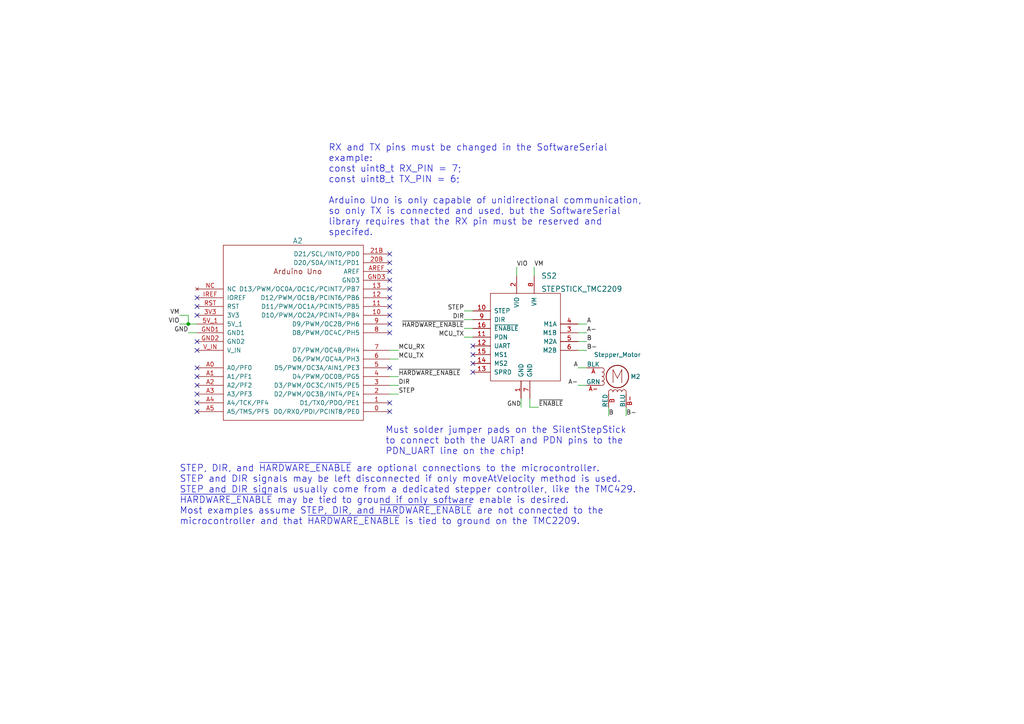
<source format=kicad_sch>
(kicad_sch (version 20230121) (generator eeschema)
  (paper "A4")
  (title_block (title "Trinamic Wiring") (date "2024-03-19") (rev "0.4") (company "Janelia Research Campus"))
  (lib_symbols
    (symbol "Janelia:ARDUINO_UNO" (pin_names (offset 1.016))
      (property "Reference" "A" (at 0 31.75 0))
      (symbol "ARDUINO_UNO_0_1"
        (rectangle (start -21.59 30.48) (end 19.05 -20.32))
      )
      (symbol "ARDUINO_UNO_1_1"
        (text "Arduino Uno" (at 0 22.86 0) (effects (font (size 1.524 1.524))))
        (pin bidirectional line (at 26.67 -17.78 180) (length 7.62) (name "D0/RX0/PDI/PCINT8/PE0") (number "0"))
        (pin bidirectional line (at 26.67 -15.24 180) (length 7.62) (name "D1/TX0/PDO/PE1") (number "1"))
        (pin bidirectional line (at 26.67 10.16 180) (length 7.62) (name "D10/PWM/OC2A/PCINT4/PB4") (number "10"))
        (pin bidirectional line (at 26.67 12.7 180) (length 7.62) (name "D11/PWM/OC1A/PCINT5/PB5") (number "11"))
        (pin bidirectional line (at 26.67 15.24 180) (length 7.62) (name "D12/PWM/OC1B/PCINT6/PB6") (number "12"))
        (pin bidirectional line (at 26.67 17.78 180) (length 7.62) (name "D13/PWM/OC0A/OC1C/PCINT7/PB7") (number "13"))
        (pin bidirectional line (at 26.67 -12.7 180) (length 7.62) (name "D2/PWM/OC3B/INT4/PE4") (number "2"))
        (pin bidirectional line (at 26.67 25.4 180) (length 7.62) (name "D20/SDA/INT1/PD1") (number "20B"))
        (pin bidirectional line (at 26.67 27.94 180) (length 7.62) (name "D21/SCL/INT0/PD0") (number "21B"))
        (pin bidirectional line (at 26.67 -10.16 180) (length 7.62) (name "D3/PWM/OC3C/INT5/PE5") (number "3"))
        (pin power_in line (at -29.21 10.16 0) (length 7.62) (name "3V3") (number "3V3"))
        (pin bidirectional line (at 26.67 -7.62 180) (length 7.62) (name "D4/PWM/OC0B/PG5") (number "4"))
        (pin bidirectional line (at 26.67 -5.08 180) (length 7.62) (name "D5/PWM/OC3A/AIN1/PE3") (number "5"))
        (pin power_in line (at -29.21 7.62 0) (length 7.62) (name "5V_1") (number "5V_1"))
        (pin bidirectional line (at 26.67 -2.54 180) (length 7.62) (name "D6/PWM/OC4A/PH3") (number "6"))
        (pin bidirectional line (at 26.67 0 180) (length 7.62) (name "D7/PWM/OC4B/PH4") (number "7"))
        (pin bidirectional line (at 26.67 5.08 180) (length 7.62) (name "D8/PWM/OC4C/PH5") (number "8"))
        (pin bidirectional line (at 26.67 7.62 180) (length 7.62) (name "D9/PWM/OC2B/PH6") (number "9"))
        (pin bidirectional line (at -29.21 -5.08 0) (length 7.62) (name "A0/PF0") (number "A0"))
        (pin bidirectional line (at -29.21 -7.62 0) (length 7.62) (name "A1/PF1") (number "A1"))
        (pin bidirectional line (at -29.21 -10.16 0) (length 7.62) (name "A2/PF2") (number "A2"))
        (pin bidirectional line (at -29.21 -12.7 0) (length 7.62) (name "A3/PF3") (number "A3"))
        (pin bidirectional line (at -29.21 -15.24 0) (length 7.62) (name "A4/TCK/PF4") (number "A4"))
        (pin bidirectional line (at -29.21 -17.78 0) (length 7.62) (name "A5/TMS/PF5") (number "A5"))
        (pin power_in line (at 26.67 22.86 180) (length 7.62) (name "AREF") (number "AREF"))
        (pin power_in line (at -29.21 5.08 0) (length 7.62) (name "GND1") (number "GND1"))
        (pin power_in line (at -29.21 2.54 0) (length 7.62) (name "GND2") (number "GND2"))
        (pin power_in line (at 26.67 20.32 180) (length 7.62) (name "GND3") (number "GND3"))
        (pin input line (at -29.21 15.24 0) (length 7.62) (name "IOREF") (number "IREF"))
        (pin no_connect line (at -29.21 17.78 0) (length 7.62) (name "NC") (number "NC"))
        (pin input line (at -29.21 12.7 0) (length 7.62) (name "RST") (number "RST"))
        (pin power_in line (at -29.21 0 0) (length 7.62) (name "V_IN") (number "V_IN"))
      )
    )
    (symbol "Janelia:STEPSTICK_TMC2209" (pin_names (offset 1.016))
      (property "Reference" "SS" (at 0 -24.13 0))
      (property "Value" "STEPSTICK_TMC2209" (at 0 24.13 0))
      (symbol "STEPSTICK_TMC2209_0_1"
        (rectangle (start -10.16 12.7) (end 10.16 -12.7))
      )
      (symbol "STEPSTICK_TMC2209_1_1"
        (pin power_in line (at -1.27 -17.78 90) (length 5.08) (name "GND") (number "1"))
        (pin input line (at -15.24 7.62 0) (length 5.08) (name "STEP") (number "10"))
        (pin bidirectional line (at -15.24 0 0) (length 5.08) (name "PDN") (number "11"))
        (pin bidirectional line (at -15.24 -2.54 0) (length 5.08) (name "UART") (number "12"))
        (pin input line (at -15.24 -10.16 0) (length 5.08) (name "SPRD") (number "13"))
        (pin input line (at -15.24 -7.62 0) (length 5.08) (name "MS2") (number "14"))
        (pin input line (at -15.24 -5.08 0) (length 5.08) (name "MS1") (number "15"))
        (pin input line (at -15.24 2.54 0) (length 5.08) (name "~{ENABLE}") (number "16"))
        (pin power_in line (at -2.54 17.78 270) (length 5.08) (name "VIO") (number "2"))
        (pin power_out line (at 15.24 1.27 180) (length 5.08) (name "M1B") (number "3"))
        (pin power_out line (at 15.24 3.81 180) (length 5.08) (name "M1A") (number "4"))
        (pin power_out line (at 15.24 -1.27 180) (length 5.08) (name "M2A") (number "5"))
        (pin power_out line (at 15.24 -3.81 180) (length 5.08) (name "M2B") (number "6"))
        (pin power_in line (at 1.27 -17.78 90) (length 5.08) (name "GND") (number "7"))
        (pin power_in line (at 2.54 17.78 270) (length 5.08) (name "VM") (number "8"))
        (pin input line (at -15.24 5.08 0) (length 5.08) (name "DIR") (number "9"))
      )
    )
    (symbol "Janelia:Stepper_Motor_QSH2818-32-07-006" (pin_names (offset 0))
      (property "Reference" "M" (at 3.81 0 0))
      (property "Value" "Stepper_Motor_QSH2818-32-07-006" (at 0 6.35 0))
      (symbol "Stepper_Motor_QSH2818-32-07-006_0_0"
        (polyline (pts (xy -1.27 -1.778) (xy -1.27 2.032) (xy 0 -0.508) (xy 1.27 2.032) (xy 1.27 -1.778)))
      )
      (symbol "Stepper_Motor_QSH2818-32-07-006_0_1"
        (arc (start -4.445 -2.54) (mid -3.8127 -1.905) (end -4.445 -1.27))
        (arc (start -4.445 -1.27) (mid -3.8127 -0.635) (end -4.445 0))
        (arc (start -4.445 0) (mid -3.8127 0.635) (end -4.445 1.27))
        (arc (start -4.445 1.27) (mid -3.8127 1.905) (end -4.445 2.54))
        (arc (start -1.27 -4.445) (mid -1.905 -3.8127) (end -2.54 -4.445))
        (arc (start 0 -4.445) (mid -0.635 -3.8127) (end -1.27 -4.445))
        (polyline (pts (xy -5.08 -2.54) (xy -4.445 -2.54)))
        (polyline (pts (xy -5.08 2.54) (xy -4.445 2.54)))
        (polyline (pts (xy -2.54 -5.08) (xy -2.54 -4.445)))
        (polyline (pts (xy 2.54 -5.08) (xy 2.54 -4.445)))
        (circle (center 0 0) (radius 3.2512) (stroke (width 0.254)))
        (arc (start 1.27 -4.445) (mid 0.635 -3.8127) (end 0 -4.445))
        (arc (start 2.54 -4.445) (mid 1.905 -3.8127) (end 1.27 -4.445))
      )
      (symbol "Stepper_Motor_QSH2818-32-07-006_1_1"
        (pin passive line (at -8.89 2.54 0) (length 3.81) (name "BLK") (number "A"))
        (pin passive line (at -8.89 -2.54 0) (length 3.81) (name "GRN") (number "A-"))
        (pin passive line (at -2.54 -8.89 90) (length 3.81) (name "RED") (number "B"))
        (pin passive line (at 2.54 -8.89 90) (length 3.81) (name "BLU") (number "B-"))
      )
    )
  )
  (junction (at 54.61 93.98))
  (no_connect (at 57.15 116.84))
  (no_connect (at 57.15 88.9))
  (no_connect (at 113.03 116.84))
  (no_connect (at 57.15 109.22))
  (no_connect (at 57.15 114.3))
  (no_connect (at 57.15 111.76))
  (no_connect (at 137.16 105.41))
  (no_connect (at 113.03 119.38))
  (no_connect (at 57.15 101.6))
  (no_connect (at 113.03 73.66))
  (no_connect (at 57.15 99.06))
  (no_connect (at 113.03 96.52))
  (no_connect (at 113.03 93.98))
  (no_connect (at 113.03 91.44))
  (no_connect (at 113.03 88.9))
  (no_connect (at 113.03 86.36))
  (no_connect (at 113.03 83.82))
  (no_connect (at 113.03 81.28))
  (no_connect (at 113.03 78.74))
  (no_connect (at 113.03 76.2))
  (no_connect (at 137.16 100.33))
  (no_connect (at 137.16 107.95))
  (no_connect (at 57.15 86.36))
  (no_connect (at 113.03 106.68))
  (no_connect (at 57.15 91.44))
  (no_connect (at 137.16 102.87))
  (no_connect (at 57.15 119.38))
  (no_connect (at 57.15 106.68))
  (wire (pts (xy 57.15 93.98) (xy 54.61 93.98)))
  (wire (pts (xy 115.57 111.76) (xy 113.03 111.76)))
  (wire (pts (xy 167.64 106.68) (xy 170.18 106.68)))
  (wire (pts (xy 54.61 93.98) (xy 54.61 91.44)))
  (wire (pts (xy 149.86 77.47) (xy 149.86 80.01)))
  (wire (pts (xy 176.53 118.11) (xy 176.53 120.65)))
  (wire (pts (xy 57.15 96.52) (xy 54.61 96.52)))
  (wire (pts (xy 153.67 115.57) (xy 153.67 118.11)))
  (wire (pts (xy 167.64 93.98) (xy 170.18 93.98)))
  (wire (pts (xy 167.64 101.6) (xy 170.18 101.6)))
  (wire (pts (xy 167.64 111.76) (xy 170.18 111.76)))
  (wire (pts (xy 52.07 91.44) (xy 54.61 91.44)))
  (wire (pts (xy 151.13 115.57) (xy 151.13 118.11)))
  (wire (pts (xy 167.64 96.52) (xy 170.18 96.52)))
  (wire (pts (xy 134.62 97.79) (xy 137.16 97.79)))
  (wire (pts (xy 181.61 118.11) (xy 181.61 120.65)))
  (wire (pts (xy 115.57 104.14) (xy 113.03 104.14)))
  (wire (pts (xy 115.57 109.22) (xy 113.03 109.22)))
  (wire (pts (xy 167.64 99.06) (xy 170.18 99.06)))
  (wire (pts (xy 115.57 101.6) (xy 113.03 101.6)))
  (wire (pts (xy 153.67 118.11) (xy 156.21 118.11)))
  (wire (pts (xy 52.07 93.98) (xy 54.61 93.98)))
  (wire (pts (xy 134.62 90.17) (xy 137.16 90.17)))
  (wire (pts (xy 134.62 95.25) (xy 137.16 95.25)))
  (wire (pts (xy 134.62 92.71) (xy 137.16 92.71)))
  (wire (pts (xy 154.94 77.47) (xy 154.94 80.01)))
  (wire (pts (xy 115.57 114.3) (xy 113.03 114.3)))
  (text "STEP, DIR, and ~{HARDWARE_ENABLE} are optional connections to the microcontroller.\nSTEP and DIR signals may be left disconnected if only moveAtVelocity method is used.\nSTEP and DIR signals usually come from a dedicated stepper controller, like the TMC429.\n~{HARDWARE_ENABLE} may be tied to ground if only software enable is desired.\nMost examples assume STEP, DIR, and ~{HARDWARE_ENABLE} are not connected to the\nmicrocontroller and that ~{HARDWARE_ENABLE} is tied to ground on the TMC2209." (at 52.07 152.4 0) (effects (font (size 1.905 1.905)) (justify left bottom)))
  (text "RX and TX pins must be changed in the SoftwareSerial\nexample:\nconst uint8_t RX_PIN = 7;\nconst uint8_t TX_PIN = 6;\n\nArduino Uno is only capable of unidirectional communication, \nso only TX is connected and used, but the SoftwareSerial\nlibrary requires that the RX pin must be reserved and \nspecifed. " (at 95.25 68.58 0) (effects (font (size 1.905 1.905)) (justify left bottom)))
  (text "Must solder jumper pads on the SilentStepStick\nto connect both the UART and PDN pins to the\nPDN_UART line on the chip!" (at 111.76 132.08 0) (effects (font (size 1.905 1.905)) (justify left bottom)))
  (label "A" (at 167.64 106.68 180))
  (label "GND" (at 151.13 118.11 180))
  (label "~{HARDWARE_ENABLE}" (at 115.57 109.22 0))
  (label "MCU_TX" (at 115.57 104.14 0))
  (label "~{ENABLE}" (at 156.21 118.11 0))
  (label "A" (at 170.18 93.98 0))
  (label "VM" (at 154.94 77.47 0))
  (label "MCU_RX" (at 115.57 101.6 0))
  (label "~{HARDWARE_ENABLE}" (at 134.62 95.25 180))
  (label "B" (at 176.53 120.65 0))
  (label "B-" (at 181.61 120.65 0))
  (label "VIO" (at 149.86 77.47 0))
  (label "B-" (at 170.18 101.6 0))
  (label "DIR" (at 115.57 111.76 0))
  (label "B" (at 170.18 99.06 0))
  (label "VIO" (at 52.07 93.98 180))
  (label "A-" (at 167.64 111.76 180))
  (label "DIR" (at 134.62 92.71 180))
  (label "GND" (at 54.61 96.52 180))
  (label "STEP" (at 115.57 114.3 0))
  (label "VM" (at 52.07 91.44 180))
  (label "STEP" (at 134.62 90.17 180))
  (label "A-" (at 170.18 96.52 0))
  (label "MCU_TX" (at 134.62 97.79 180))
  (symbol (lib_id "Janelia:Stepper_Motor_QSH2818-32-07-006") (at 179.07 109.22 0) (unit 1)
    (property "Reference" "M2" (at 182.88 109.22 0) (effects (justify left)))
    (property "Value" "Stepper_Motor" (at 179.07 102.87 0))
    (property "Manufacturer" "Trinamic Motion Control" (effects hide))
    (property "Manufacturer Part Number" "QSH2818-32-07-006" (effects hide))
    (property "Vendor" "Digi-Key" (effects hide))
    (property "Vendor Part Number" "1460-1072-ND" (effects hide))
  )
  (symbol (lib_id "Janelia:STEPSTICK_TMC2209") (at 152.4 97.79 0) (unit 1)
    (property "Reference" "SS2" (at 156.9594 80.01 0) (effects (font (size 1.524 1.524)) (justify left)))
    (property "Value" "STEPSTICK_TMC2209" (at 156.9594 83.82 0) (effects (font (size 1.524 1.524)) (justify left)))
    (property "Footprint" "footprints:STEPSTICK_TMC2209" (effects hide))
    (property "Vendor" "Digi-Key" (effects hide))
    (property "Vendor Part Number" "ED90331-ND" (effects hide))
    (property "Description" "CONN PIN RCPT .025-.037 SOLDER" (effects hide))
    (property "Quantity" "16" (effects hide))
    (property "Manufacturer" "Mill-Max Manufacturing Corp." (effects hide))
    (property "Manufacturer Part Number" "0305-0-15-15-47-27-10-0" (effects hide))
  )
  (symbol (lib_id "Janelia:ARDUINO_UNO") (at 86.36 101.6 0) (unit 1)
    (property "Reference" "A2" (at 86.36 69.85 0) (effects (font (size 1.524 1.524))))
    (property "Value" "ARDUINO_UNO" (effects hide))
    (property "Footprint" "Janelia:ARDUINO_MEGA_SHIELD" (effects hide))
    (property "Vendor" "Digi-Key" (effects hide))
    (property "Sim.Enable" "0" (effects hide))
  )
)
</source>
